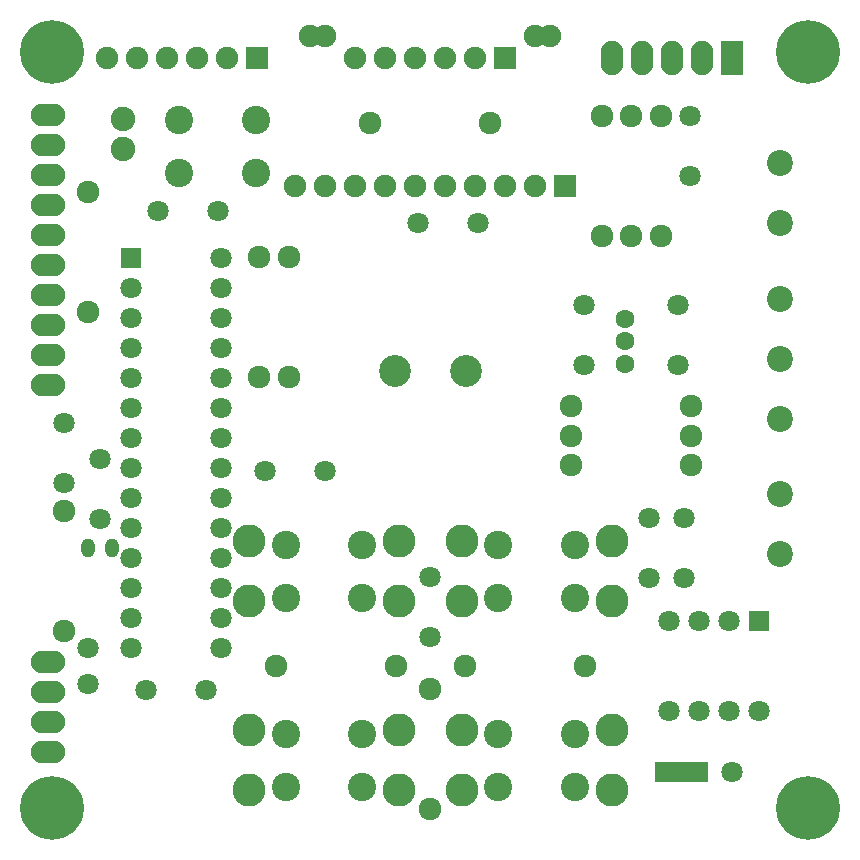
<source format=gts>
G04 #@! TF.FileFunction,Soldermask,Top*
%FSLAX46Y46*%
G04 Gerber Fmt 4.6, Leading zero omitted, Abs format (unit mm)*
G04 Created by KiCad (PCBNEW 4.0.1-stable) date 2017/06/24 18:28:35*
%MOMM*%
G01*
G04 APERTURE LIST*
%ADD10C,0.100000*%
%ADD11R,1.900000X1.900000*%
%ADD12C,1.900000*%
%ADD13C,1.797000*%
%ADD14C,2.400000*%
%ADD15C,2.800000*%
%ADD16R,1.797000X1.797000*%
%ADD17C,1.924000*%
%ADD18C,2.700000*%
%ADD19C,2.200000*%
%ADD20C,2.076400*%
%ADD21O,2.900000X1.900000*%
%ADD22C,1.600000*%
%ADD23R,1.900000X2.900000*%
%ADD24O,1.900000X2.900000*%
%ADD25C,5.400000*%
%ADD26O,1.200000X1.600000*%
%ADD27C,1.800000*%
%ADD28R,3.000000X1.800000*%
%ADD29R,2.000000X1.800000*%
G04 APERTURE END LIST*
D10*
D11*
X151430000Y-94330000D03*
D12*
X148890000Y-94330000D03*
X146350000Y-94330000D03*
X143810000Y-94330000D03*
X141270000Y-94330000D03*
X138730000Y-94330000D03*
X136190000Y-94330000D03*
X133650000Y-94330000D03*
X131110000Y-94330000D03*
X128570000Y-94330000D03*
X148890000Y-81630000D03*
X150160000Y-81630000D03*
X131110000Y-81630000D03*
X129840000Y-81630000D03*
D13*
X112000000Y-122540000D03*
X112000000Y-117460000D03*
D14*
X118750000Y-88750000D03*
X125250000Y-88750000D03*
X125250000Y-93250000D03*
X118750000Y-93250000D03*
D15*
X155350000Y-140460000D03*
X155350000Y-145540000D03*
X142650000Y-140460000D03*
X142650000Y-145540000D03*
D14*
X145750000Y-140750000D03*
X152250000Y-140750000D03*
X152250000Y-145250000D03*
X145750000Y-145250000D03*
D16*
X114690000Y-100490000D03*
D13*
X114690000Y-103030000D03*
X114690000Y-105570000D03*
X114690000Y-108110000D03*
X114690000Y-110650000D03*
X114690000Y-113190000D03*
X114690000Y-115730000D03*
X114690000Y-118270000D03*
X114690000Y-120810000D03*
X114690000Y-123350000D03*
X114690000Y-125890000D03*
X114690000Y-128430000D03*
X114690000Y-130970000D03*
X114690000Y-133510000D03*
X122310000Y-133510000D03*
X122310000Y-130970000D03*
X122310000Y-128430000D03*
X122310000Y-125890000D03*
X122310000Y-123350000D03*
X122310000Y-120810000D03*
X122310000Y-118270000D03*
X122310000Y-115730000D03*
X122310000Y-113190000D03*
X122310000Y-110650000D03*
X122310000Y-108110000D03*
X122310000Y-105570000D03*
X122310000Y-103030000D03*
X122310000Y-100490000D03*
D17*
X134920000Y-89000000D03*
X145080000Y-89000000D03*
D15*
X124650000Y-129540000D03*
X124650000Y-124460000D03*
X137350000Y-129540000D03*
X137350000Y-124460000D03*
D14*
X134250000Y-129250000D03*
X127750000Y-129250000D03*
X127750000Y-124750000D03*
X134250000Y-124750000D03*
D15*
X142650000Y-129540000D03*
X142650000Y-124460000D03*
X155350000Y-129540000D03*
X155350000Y-124460000D03*
D14*
X152250000Y-129250000D03*
X145750000Y-129250000D03*
X145750000Y-124750000D03*
X152250000Y-124750000D03*
D18*
X137000000Y-110000000D03*
X143000000Y-110000000D03*
D13*
X162000000Y-93540000D03*
X162000000Y-88460000D03*
D19*
X169564000Y-125540000D03*
X169564000Y-120460000D03*
D16*
X167810000Y-131190000D03*
D13*
X165270000Y-131190000D03*
X162730000Y-131190000D03*
X160190000Y-131190000D03*
X160190000Y-138810000D03*
X162730000Y-138810000D03*
X165270000Y-138810000D03*
X167810000Y-138810000D03*
D19*
X169564000Y-97540000D03*
X169564000Y-92460000D03*
D11*
X125350000Y-83500000D03*
D12*
X122810000Y-83500000D03*
X120270000Y-83500000D03*
X117730000Y-83500000D03*
X115190000Y-83500000D03*
X112650000Y-83500000D03*
D11*
X146350000Y-83500000D03*
D12*
X143810000Y-83500000D03*
X141270000Y-83500000D03*
X138730000Y-83500000D03*
X136190000Y-83500000D03*
X133650000Y-83500000D03*
D19*
X169564000Y-114080000D03*
X169564000Y-109000000D03*
X169564000Y-103920000D03*
D13*
X116960000Y-96500000D03*
X122040000Y-96500000D03*
D17*
X157000000Y-98580000D03*
X157000000Y-88420000D03*
D13*
X109000000Y-119540000D03*
X109000000Y-114460000D03*
X115960000Y-137000000D03*
X121040000Y-137000000D03*
X144040000Y-97500000D03*
X138960000Y-97500000D03*
X125960000Y-118500000D03*
X131040000Y-118500000D03*
X140000000Y-132540000D03*
X140000000Y-127460000D03*
X158500000Y-127540000D03*
X158500000Y-122460000D03*
D20*
X114000000Y-91270000D03*
X114000000Y-88730000D03*
D17*
X111000000Y-94920000D03*
X111000000Y-105080000D03*
X151920000Y-115500000D03*
X162080000Y-115500000D03*
X162080000Y-113000000D03*
X151920000Y-113000000D03*
X128000000Y-100420000D03*
X128000000Y-110580000D03*
X151920000Y-118000000D03*
X162080000Y-118000000D03*
X140000000Y-147080000D03*
X140000000Y-136920000D03*
X137080000Y-135000000D03*
X126920000Y-135000000D03*
X109000000Y-132080000D03*
X109000000Y-121920000D03*
X153080000Y-135000000D03*
X142920000Y-135000000D03*
X159500000Y-98580000D03*
X159500000Y-88420000D03*
X154500000Y-98580000D03*
X154500000Y-88420000D03*
D15*
X137350000Y-140460000D03*
X137350000Y-145540000D03*
X124650000Y-140460000D03*
X124650000Y-145540000D03*
D14*
X127750000Y-140750000D03*
X134250000Y-140750000D03*
X134250000Y-145250000D03*
X127750000Y-145250000D03*
D17*
X125500000Y-100420000D03*
X125500000Y-110580000D03*
D21*
X107615000Y-101030000D03*
X107615000Y-103570000D03*
X107615000Y-106110000D03*
X107615000Y-108650000D03*
X107615000Y-111190000D03*
X107615000Y-134685000D03*
X107615000Y-137225000D03*
X107615000Y-139765000D03*
X107615000Y-142305000D03*
X107615000Y-95950000D03*
X107615000Y-93410000D03*
X107615000Y-90870000D03*
X107615000Y-98490000D03*
X107615000Y-88330000D03*
D22*
X156500000Y-105595000D03*
X156500000Y-107500000D03*
X156500000Y-109405000D03*
D23*
X165580000Y-83500000D03*
D24*
X163040000Y-83500000D03*
X160500000Y-83500000D03*
X157960000Y-83500000D03*
X155420000Y-83500000D03*
D25*
X108000000Y-83000000D03*
X172000000Y-83000000D03*
X108000000Y-147000000D03*
X172000000Y-147000000D03*
D26*
X113016000Y-125000000D03*
X110984000Y-125000000D03*
D27*
X111000000Y-136500000D03*
X111000000Y-133500000D03*
D13*
X161000000Y-104460000D03*
X161000000Y-109540000D03*
D28*
X160460000Y-144000000D03*
D27*
X165540000Y-144000000D03*
D29*
X162492000Y-144000000D03*
D13*
X161500000Y-127540000D03*
X161500000Y-122460000D03*
X153000000Y-109540000D03*
X153000000Y-104460000D03*
M02*

</source>
